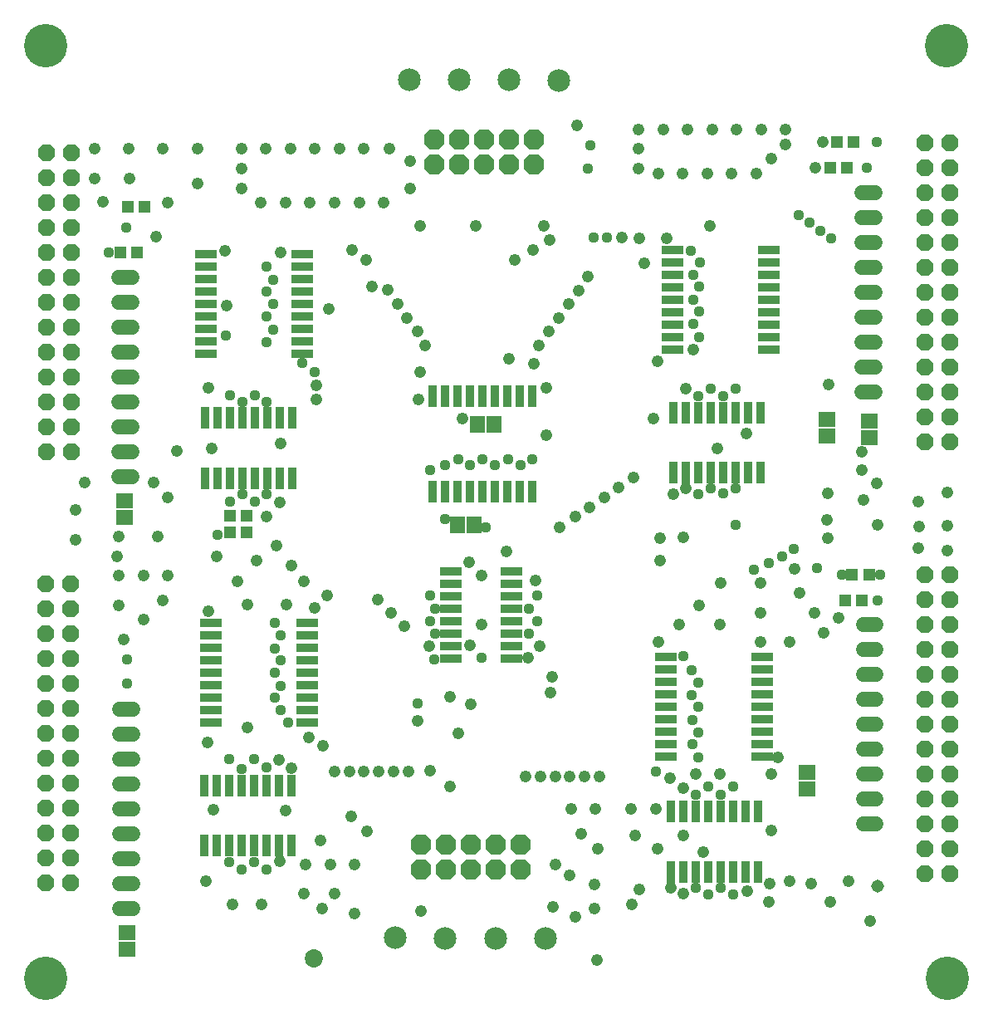
<source format=gts>
G75*
%MOIN*%
%OFA0B0*%
%FSLAX24Y24*%
%IPPOS*%
%LPD*%
%AMOC8*
5,1,8,0,0,1.08239X$1,22.5*
%
%ADD10R,0.0340X0.0880*%
%ADD11C,0.0600*%
%ADD12R,0.0880X0.0340*%
%ADD13OC8,0.0680*%
%ADD14R,0.0671X0.0592*%
%ADD15R,0.0592X0.0671*%
%ADD16R,0.0474X0.0513*%
%ADD17R,0.0513X0.0474*%
%ADD18OC8,0.0820*%
%ADD19C,0.0907*%
%ADD20C,0.0437*%
%ADD21C,0.0476*%
%ADD22C,0.1740*%
%ADD23C,0.0516*%
%ADD24C,0.0730*%
D10*
X012436Y056538D03*
X012936Y056538D03*
X013436Y056538D03*
X013936Y056538D03*
X014436Y056538D03*
X014936Y056538D03*
X015436Y056538D03*
X015936Y056538D03*
X015936Y058958D03*
X015436Y058958D03*
X014936Y058958D03*
X014436Y058958D03*
X013936Y058958D03*
X013436Y058958D03*
X012936Y058958D03*
X012436Y058958D03*
X012455Y071290D03*
X012955Y071290D03*
X013455Y071290D03*
X013955Y071290D03*
X014455Y071290D03*
X014955Y071290D03*
X015455Y071290D03*
X015955Y071290D03*
X015955Y073710D03*
X015455Y073710D03*
X014955Y073710D03*
X014455Y073710D03*
X013955Y073710D03*
X013455Y073710D03*
X012955Y073710D03*
X012455Y073710D03*
X021603Y074595D03*
X022103Y074595D03*
X022603Y074595D03*
X023103Y074595D03*
X023603Y074595D03*
X024103Y074595D03*
X024603Y074595D03*
X025103Y074595D03*
X025603Y074595D03*
X025603Y070735D03*
X025103Y070735D03*
X024603Y070735D03*
X024103Y070735D03*
X023603Y070735D03*
X023103Y070735D03*
X022603Y070735D03*
X022103Y070735D03*
X021603Y070735D03*
X031160Y057914D03*
X031660Y057914D03*
X032160Y057914D03*
X032660Y057914D03*
X033160Y057914D03*
X033660Y057914D03*
X034160Y057914D03*
X034660Y057914D03*
X034660Y055494D03*
X034160Y055494D03*
X033660Y055494D03*
X033160Y055494D03*
X032660Y055494D03*
X032160Y055494D03*
X031660Y055494D03*
X031160Y055494D03*
X031270Y071506D03*
X031770Y071506D03*
X032270Y071506D03*
X032770Y071506D03*
X033270Y071506D03*
X033770Y071506D03*
X034270Y071506D03*
X034770Y071506D03*
X034770Y073926D03*
X034270Y073926D03*
X033770Y073926D03*
X033270Y073926D03*
X032770Y073926D03*
X032270Y073926D03*
X031770Y073926D03*
X031270Y073926D03*
D11*
X038831Y074744D02*
X039351Y074744D01*
X039351Y075744D02*
X038831Y075744D01*
X038831Y076744D02*
X039351Y076744D01*
X039351Y077744D02*
X038831Y077744D01*
X038831Y078744D02*
X039351Y078744D01*
X039351Y079744D02*
X038831Y079744D01*
X038831Y080744D02*
X039351Y080744D01*
X039351Y081744D02*
X038831Y081744D01*
X038831Y082744D02*
X039351Y082744D01*
X039410Y065421D02*
X038890Y065421D01*
X038890Y064421D02*
X039410Y064421D01*
X039410Y063421D02*
X038890Y063421D01*
X038890Y062421D02*
X039410Y062421D01*
X039410Y061421D02*
X038890Y061421D01*
X038890Y060421D02*
X039410Y060421D01*
X039410Y059421D02*
X038890Y059421D01*
X038890Y058421D02*
X039410Y058421D01*
X039410Y057421D02*
X038890Y057421D01*
X009560Y057027D02*
X009040Y057027D01*
X009040Y056027D02*
X009560Y056027D01*
X009560Y055027D02*
X009040Y055027D01*
X009040Y054027D02*
X009560Y054027D01*
X009560Y058027D02*
X009040Y058027D01*
X009040Y059027D02*
X009560Y059027D01*
X009560Y060027D02*
X009040Y060027D01*
X009040Y061027D02*
X009560Y061027D01*
X009560Y062027D02*
X009040Y062027D01*
X009004Y071350D02*
X009524Y071350D01*
X009524Y072350D02*
X009004Y072350D01*
X009004Y073350D02*
X009524Y073350D01*
X009524Y074350D02*
X009004Y074350D01*
X009004Y075350D02*
X009524Y075350D01*
X009524Y076350D02*
X009004Y076350D01*
X009004Y077350D02*
X009524Y077350D01*
X009524Y078350D02*
X009004Y078350D01*
X009004Y079350D02*
X009524Y079350D01*
D12*
X012508Y079275D03*
X012508Y078775D03*
X012508Y078275D03*
X012508Y077775D03*
X012508Y077275D03*
X012508Y076775D03*
X012508Y076275D03*
X012508Y079775D03*
X012508Y080275D03*
X016368Y080275D03*
X016368Y079775D03*
X016368Y079275D03*
X016368Y078775D03*
X016368Y078275D03*
X016368Y077775D03*
X016368Y077275D03*
X016368Y076775D03*
X016368Y076275D03*
X016564Y065472D03*
X016564Y064972D03*
X016564Y064472D03*
X016564Y063972D03*
X016564Y063472D03*
X016564Y062972D03*
X016564Y062472D03*
X016564Y061972D03*
X016564Y061472D03*
X012704Y061472D03*
X012704Y061972D03*
X012704Y062472D03*
X012704Y062972D03*
X012704Y063472D03*
X012704Y063972D03*
X012704Y064472D03*
X012704Y064972D03*
X012704Y065472D03*
X022338Y065561D03*
X022338Y066061D03*
X022338Y066561D03*
X022338Y067061D03*
X022338Y067561D03*
X022338Y065061D03*
X022338Y064561D03*
X022338Y064061D03*
X024758Y064061D03*
X024758Y064561D03*
X024758Y065061D03*
X024758Y065561D03*
X024758Y066061D03*
X024758Y066561D03*
X024758Y067061D03*
X024758Y067561D03*
X030980Y064098D03*
X030980Y063598D03*
X030980Y063098D03*
X030980Y062598D03*
X030980Y062098D03*
X030980Y061598D03*
X030980Y061098D03*
X030980Y060598D03*
X030980Y060098D03*
X034840Y060098D03*
X034840Y060598D03*
X034840Y061098D03*
X034840Y061598D03*
X034840Y062098D03*
X034840Y062598D03*
X034840Y063098D03*
X034840Y063598D03*
X034840Y064098D03*
X035104Y076456D03*
X035104Y076956D03*
X035104Y077456D03*
X035104Y077956D03*
X035104Y078456D03*
X035104Y078956D03*
X035104Y079456D03*
X035104Y079956D03*
X035104Y080456D03*
X031244Y080456D03*
X031244Y079956D03*
X031244Y079456D03*
X031244Y078956D03*
X031244Y078456D03*
X031244Y077956D03*
X031244Y077456D03*
X031244Y076956D03*
X031244Y076456D03*
D13*
X041371Y076748D03*
X041371Y077748D03*
X041371Y078748D03*
X041371Y079748D03*
X041371Y080748D03*
X041371Y081748D03*
X041371Y082748D03*
X041371Y083748D03*
X041371Y084748D03*
X042371Y084748D03*
X042371Y083748D03*
X042371Y082748D03*
X042371Y081748D03*
X042371Y080748D03*
X042371Y079748D03*
X042371Y078748D03*
X042371Y077748D03*
X042371Y076748D03*
X042371Y075748D03*
X042371Y074748D03*
X042371Y073748D03*
X042371Y072748D03*
X041371Y072748D03*
X041371Y073748D03*
X041371Y074748D03*
X041371Y075748D03*
X041363Y067413D03*
X041363Y066413D03*
X041363Y065413D03*
X041363Y064413D03*
X041363Y063413D03*
X041363Y062413D03*
X041363Y061413D03*
X041363Y060413D03*
X041363Y059413D03*
X042363Y059413D03*
X042363Y060413D03*
X042363Y061413D03*
X042363Y062413D03*
X042363Y063413D03*
X042363Y064413D03*
X042363Y065413D03*
X042363Y066413D03*
X042363Y067413D03*
X042363Y058413D03*
X042363Y057413D03*
X042363Y056413D03*
X042363Y055413D03*
X041363Y055413D03*
X041363Y056413D03*
X041363Y057413D03*
X041363Y058413D03*
X007079Y058031D03*
X007079Y057031D03*
X007079Y056031D03*
X007079Y055031D03*
X006079Y055031D03*
X006079Y056031D03*
X006079Y057031D03*
X006079Y058031D03*
X006079Y059031D03*
X006079Y060031D03*
X006079Y061031D03*
X006079Y062031D03*
X006079Y063031D03*
X006079Y064031D03*
X006079Y065031D03*
X006079Y066031D03*
X006079Y067031D03*
X007079Y067031D03*
X007079Y066031D03*
X007079Y065031D03*
X007079Y064031D03*
X007079Y063031D03*
X007079Y062031D03*
X007079Y061031D03*
X007079Y060031D03*
X007079Y059031D03*
X007099Y072354D03*
X007099Y073354D03*
X007099Y074354D03*
X007099Y075354D03*
X006099Y075354D03*
X006099Y074354D03*
X006099Y073354D03*
X006099Y072354D03*
X006099Y076354D03*
X006099Y077354D03*
X006099Y078354D03*
X006099Y079354D03*
X006099Y080354D03*
X006099Y081354D03*
X006099Y082354D03*
X006099Y083354D03*
X006099Y084354D03*
X007099Y084354D03*
X007099Y083354D03*
X007099Y082354D03*
X007099Y081354D03*
X007099Y080354D03*
X007099Y079354D03*
X007099Y078354D03*
X007099Y077354D03*
X007099Y076354D03*
D14*
X009241Y070382D03*
X009241Y069712D03*
X009320Y053059D03*
X009320Y052389D03*
X036642Y058807D03*
X036642Y059476D03*
X037430Y072980D03*
X037430Y073649D03*
X039123Y073571D03*
X039123Y072901D03*
D15*
X024064Y073433D03*
X023394Y073433D03*
X023276Y069417D03*
X022607Y069417D03*
D16*
X009733Y080362D03*
X009064Y080362D03*
X009379Y082173D03*
X010048Y082173D03*
X037568Y083748D03*
X038237Y083748D03*
X038512Y084771D03*
X037843Y084771D03*
X038449Y067409D03*
X038158Y066385D03*
X038827Y066385D03*
X039119Y067409D03*
D17*
X014123Y069122D03*
X014123Y069791D03*
X013453Y069791D03*
X013453Y069122D03*
D18*
X021138Y056571D03*
X021138Y055571D03*
X022138Y055571D03*
X022138Y056571D03*
X023138Y056571D03*
X024138Y056571D03*
X025138Y056571D03*
X025138Y055571D03*
X024138Y055571D03*
X023138Y055571D03*
X022650Y083878D03*
X022650Y084878D03*
X021650Y084878D03*
X021650Y083878D03*
X023650Y083878D03*
X023650Y084878D03*
X024650Y084878D03*
X024650Y083878D03*
X025650Y083878D03*
X025650Y084878D03*
D19*
X026662Y087260D03*
X024666Y087271D03*
X022658Y087271D03*
X020658Y087271D03*
X020115Y052834D03*
X022111Y052823D03*
X024119Y052823D03*
X026119Y052823D03*
D20*
X030579Y059496D03*
X032044Y060602D03*
X032280Y061074D03*
X032044Y061586D03*
X032280Y062098D03*
X032005Y062571D03*
X032280Y063082D03*
X032005Y063594D03*
X031682Y064141D03*
X032280Y060090D03*
X032666Y058905D03*
X032178Y058594D03*
X033158Y058590D03*
X033650Y058905D03*
X033162Y054830D03*
X033660Y054584D03*
X032660Y054580D03*
X032154Y054850D03*
X025816Y065559D03*
X025457Y065055D03*
X025451Y066061D03*
X025796Y066567D03*
X023571Y064063D03*
X021682Y064023D03*
X021695Y065061D03*
X021487Y065561D03*
X021692Y066061D03*
X021485Y066582D03*
X022115Y069653D03*
X021516Y071602D03*
X022107Y071799D03*
X022619Y072035D03*
X023091Y071799D03*
X023603Y072035D03*
X024115Y071799D03*
X024627Y072035D03*
X025138Y071799D03*
X025611Y072035D03*
X023737Y069326D03*
X021012Y062252D03*
X015816Y061464D03*
X015501Y061976D03*
X015264Y062488D03*
X015501Y062960D03*
X015264Y063472D03*
X015501Y063984D03*
X015264Y064456D03*
X015501Y064968D03*
X015272Y065472D03*
X012981Y069023D03*
X013453Y070362D03*
X013965Y070637D03*
X014461Y070362D03*
X014949Y070637D03*
X014949Y074338D03*
X014461Y074618D03*
X013965Y074338D03*
X013453Y074614D03*
X013296Y077015D03*
X014949Y076740D03*
X015186Y077252D03*
X014949Y077763D03*
X015186Y078275D03*
X014949Y078787D03*
X015186Y079260D03*
X014938Y079767D03*
X016367Y075913D03*
X016879Y075559D03*
X009308Y081354D03*
X008611Y080362D03*
X009320Y064023D03*
X009320Y063039D03*
X013436Y060006D03*
X013936Y059624D03*
X014436Y060006D03*
X014936Y059679D03*
X014438Y055874D03*
X014936Y055584D03*
X013936Y055588D03*
X013436Y055884D03*
X027839Y083720D03*
X027942Y084653D03*
X028060Y080952D03*
X028611Y080952D03*
X031957Y080401D03*
X032347Y079952D03*
X032071Y079441D03*
X032308Y078968D03*
X032071Y078456D03*
X032308Y077984D03*
X032071Y077472D03*
X032308Y076960D03*
X032764Y074885D03*
X032272Y074574D03*
X033280Y074582D03*
X033768Y074889D03*
X033768Y070874D03*
X033272Y070677D03*
X032770Y070887D03*
X032272Y070637D03*
X033768Y069417D03*
X034516Y067606D03*
X035107Y067882D03*
X035619Y068157D03*
X036091Y068433D03*
X037036Y067685D03*
X038020Y067409D03*
X039556Y067409D03*
X039477Y066385D03*
X037587Y080913D03*
X037154Y081228D03*
X036721Y081543D03*
X036288Y081858D03*
X039044Y083748D03*
X039438Y084771D03*
X041347Y084771D03*
D21*
X037272Y084771D03*
X036957Y083748D03*
X035776Y084693D03*
X035776Y085283D03*
X035186Y084102D03*
X034792Y085283D03*
X033808Y085283D03*
X032823Y085283D03*
X031839Y085283D03*
X030855Y085283D03*
X029871Y085283D03*
X029871Y084496D03*
X029871Y083708D03*
X030658Y083511D03*
X031642Y083511D03*
X032627Y083511D03*
X033611Y083511D03*
X034595Y083511D03*
X032745Y081425D03*
X031012Y080913D03*
X029910Y080913D03*
X030107Y079929D03*
X029201Y080952D03*
X027831Y079382D03*
X027473Y078819D03*
X027075Y078275D03*
X026662Y077724D03*
X026272Y077177D03*
X025867Y076618D03*
X025654Y075878D03*
X026170Y074929D03*
X026170Y073000D03*
X024658Y076063D03*
X022784Y073669D03*
X021308Y076614D03*
X021005Y077173D03*
X020575Y077724D03*
X020194Y078275D03*
X019796Y078830D03*
X019162Y078984D03*
X018926Y080047D03*
X018375Y080441D03*
X018650Y082330D03*
X017666Y082330D03*
X016682Y082330D03*
X015697Y082330D03*
X014713Y082330D03*
X013926Y082921D03*
X013926Y083708D03*
X013926Y084496D03*
X014910Y084496D03*
X015894Y084496D03*
X015894Y084496D03*
X016879Y084496D03*
X016879Y084496D03*
X017863Y084496D03*
X017863Y084496D03*
X018847Y084496D03*
X019871Y084496D03*
X020697Y084023D03*
X020697Y082921D03*
X021091Y081425D03*
X019634Y082330D03*
X017430Y078078D03*
X016918Y075008D03*
X016918Y074456D03*
X015501Y072685D03*
X015461Y070323D03*
X014938Y069744D03*
X015331Y068563D03*
X014544Y067972D03*
X013768Y067134D03*
X014150Y066200D03*
X015725Y066200D03*
X015922Y067775D03*
X016445Y067134D03*
X016879Y066071D03*
X017351Y066582D03*
X019404Y066423D03*
X019940Y065884D03*
X020475Y065348D03*
X021481Y064555D03*
X022312Y062527D03*
X023138Y062212D03*
X022627Y061031D03*
X022312Y058905D03*
X021512Y059547D03*
X020619Y059496D03*
X020028Y059496D03*
X019438Y059496D03*
X018847Y059496D03*
X018257Y059496D03*
X017666Y059496D03*
X017194Y060559D03*
X016642Y060874D03*
X015934Y059653D03*
X015434Y059976D03*
X015701Y057952D03*
X015461Y055913D03*
X016512Y055767D03*
X017103Y056752D03*
X017497Y055767D03*
X018481Y055767D03*
X018953Y057106D03*
X018323Y057697D03*
X017654Y054626D03*
X017182Y053996D03*
X016434Y054626D03*
X014741Y054193D03*
X013560Y054193D03*
X012508Y055126D03*
X012788Y057992D03*
X012575Y060689D03*
X014150Y061279D03*
X012587Y065952D03*
X012942Y068157D03*
X010973Y067370D03*
X010776Y066385D03*
X009989Y065598D03*
X009201Y064811D03*
X009005Y066189D03*
X009005Y067370D03*
X008938Y068157D03*
X009005Y068945D03*
X009989Y067370D03*
X010579Y068945D03*
X010973Y070519D03*
X010383Y071110D03*
X011327Y072370D03*
X012745Y072488D03*
X012745Y072488D03*
X012591Y074921D03*
X013335Y078197D03*
X013257Y080401D03*
X012154Y083118D03*
X012154Y084496D03*
X010776Y084496D03*
X010973Y082330D03*
X010501Y080992D03*
X009438Y083315D03*
X009398Y084496D03*
X008375Y082370D03*
X008020Y083315D03*
X008020Y084496D03*
X007627Y071110D03*
X007276Y070000D03*
X007276Y068819D03*
X015501Y080362D03*
X021087Y075535D03*
X021036Y074445D03*
X023052Y067913D03*
X023571Y067370D03*
X024556Y068354D03*
X025737Y067173D03*
X026707Y069324D03*
X027322Y069742D03*
X027897Y070124D03*
X028491Y070518D03*
X029078Y070908D03*
X029681Y071314D03*
X030725Y068889D03*
X030721Y067968D03*
X031658Y068901D03*
X031268Y070637D03*
X031776Y070878D03*
X033020Y072488D03*
X034201Y073078D03*
X031760Y074889D03*
X032071Y076448D03*
X030619Y075992D03*
X030461Y073669D03*
X033182Y067063D03*
X032288Y066185D03*
X033142Y065409D03*
X031501Y065397D03*
X030674Y064728D03*
X032154Y059417D03*
X031662Y058862D03*
X031131Y059260D03*
X030579Y058000D03*
X029556Y058000D03*
X029741Y056948D03*
X030646Y056397D03*
X031162Y054854D03*
X031662Y054618D03*
X032457Y056279D03*
X031670Y056948D03*
X029898Y054783D03*
X029583Y054193D03*
X028087Y053996D03*
X028087Y054980D03*
X028245Y056397D03*
X027575Y057027D03*
X027154Y058000D03*
X027115Y059299D03*
X027705Y059299D03*
X028296Y059299D03*
X028138Y058000D03*
X026524Y059299D03*
X025934Y059299D03*
X025343Y059299D03*
X026524Y055779D03*
X027103Y055334D03*
X026434Y054074D03*
X027339Y053681D03*
X028205Y051948D03*
X033138Y059417D03*
X035213Y059429D03*
X035461Y060086D03*
X035213Y057145D03*
X035134Y055019D03*
X035095Y054271D03*
X034229Y054704D03*
X035934Y055126D03*
X036788Y055019D03*
X037575Y054271D03*
X038284Y055098D03*
X039162Y053511D03*
X035938Y064700D03*
X034757Y064700D03*
X034757Y065882D03*
X034757Y067063D03*
X036134Y067653D03*
X036331Y066669D03*
X036922Y065882D03*
X037316Y065094D03*
X037906Y065685D03*
X037469Y068866D03*
X037434Y069622D03*
X037473Y070685D03*
X038890Y070409D03*
X039438Y071071D03*
X038847Y071622D03*
X038847Y072330D03*
X039481Y069425D03*
X041119Y069350D03*
X041111Y068492D03*
X042276Y068366D03*
X042280Y069378D03*
X042276Y070728D03*
X041095Y070334D03*
X037508Y075047D03*
X027390Y085441D03*
X026052Y081425D03*
X026288Y080834D03*
X025619Y080441D03*
X024910Y080047D03*
X023335Y081425D03*
X023571Y065401D03*
X023099Y064574D03*
X025422Y064063D03*
X025902Y064559D03*
X026406Y063315D03*
X026327Y062685D03*
X021012Y061543D03*
X021131Y053905D03*
X018481Y053799D03*
D22*
X006052Y051228D03*
X006052Y088630D03*
X042233Y088630D03*
X042272Y051228D03*
D23*
X039465Y054901D03*
D24*
X016839Y052015D03*
M02*

</source>
